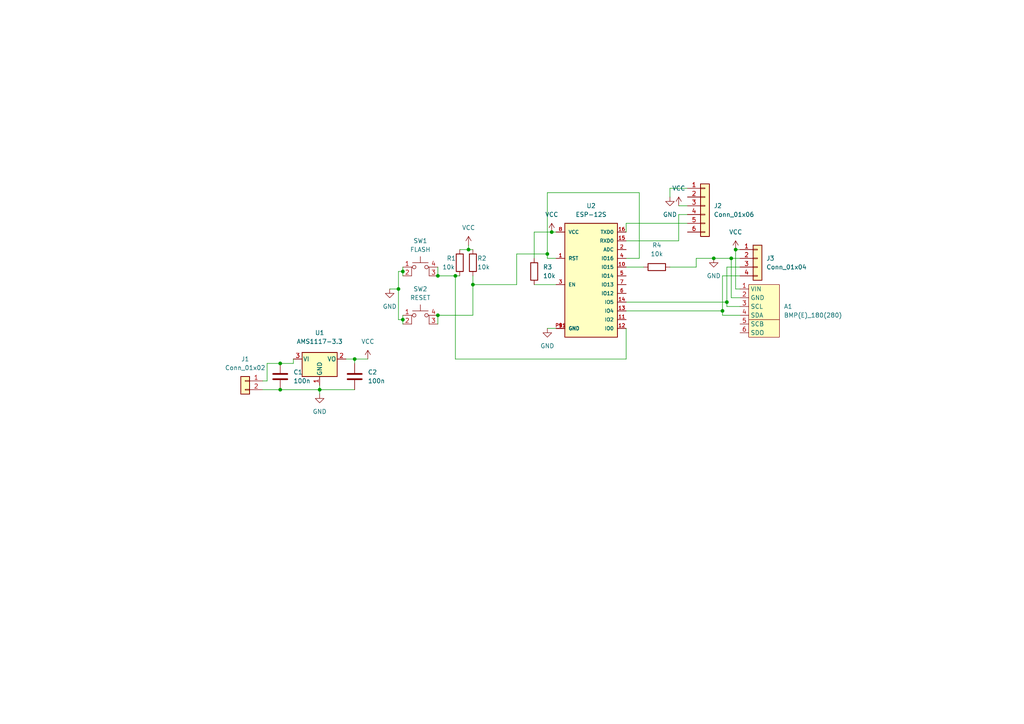
<source format=kicad_sch>
(kicad_sch (version 20211123) (generator eeschema)
  (paper "A4")
  (title_block (title "Deska zobrazovače s OLED displejem") (date "2022-03-02") (rev "1.1") (company "Michal Basler") (comment 1 "Maturitní práce E4 2021/22"))
  (lib_symbols
    (symbol "BMP(E)_180(280):BMP(E)_180(280)"
      (property "Reference" "A" (at 16.51 13.97 0))
      (property "Value" "BMP(E)_180(280)" (at 3.81 13.97 0))
      (symbol "BMP(E)_180(280)_0_0"
        (rectangle (start -3.81 2.54) (end 11.43 11.43) (fill (type background)))
        (rectangle (start 6.35 2.54) (end 6.35 11.43))
      )
      (symbol "BMP(E)_180(280)_1_1"
        (pin power_in line (at -2.54 0 90) (length 2.54) (name "VIN") (number "1"))
        (pin power_in line (at 0 0 90) (length 2.54) (name "GND") (number "2"))
        (pin bidirectional line (at 2.54 0 90) (length 2.54) (name "SCL") (number "3"))
        (pin bidirectional line (at 5.08 0 90) (length 2.54) (name "SDA") (number "4"))
        (pin bidirectional line (at 7.62 0 90) (length 2.54) (name "SCB") (number "5"))
        (pin bidirectional line (at 10.16 0 90) (length 2.54) (name "SDO") (number "6"))
      )
    )
    (symbol "Connector_Generic:Conn_01x02" (pin_names (offset 1.016) hide)
      (property "Reference" "J" (at 0 2.54 0))
      (property "Value" "Conn_01x02" (at 0 -5.08 0))
      (symbol "Conn_01x02_1_1"
        (rectangle (start -1.27 -2.413) (end 0 -2.667) (stroke (width 0.1524)))
        (rectangle (start -1.27 0.127) (end 0 -0.127) (stroke (width 0.1524)))
        (rectangle (start -1.27 1.27) (end 1.27 -3.81) (stroke (width 0.254)) (fill (type background)))
        (pin passive line (at -5.08 0 0) (length 3.81) (name "Pin_1") (number "1"))
        (pin passive line (at -5.08 -2.54 0) (length 3.81) (name "Pin_2") (number "2"))
      )
    )
    (symbol "Connector_Generic:Conn_01x04" (pin_names (offset 1.016) hide)
      (property "Reference" "J" (at 0 5.08 0))
      (property "Value" "Conn_01x04" (at 0 -7.62 0))
      (symbol "Conn_01x04_1_1"
        (rectangle (start -1.27 -4.953) (end 0 -5.207) (stroke (width 0.1524)))
        (rectangle (start -1.27 -2.413) (end 0 -2.667) (stroke (width 0.1524)))
        (rectangle (start -1.27 0.127) (end 0 -0.127) (stroke (width 0.1524)))
        (rectangle (start -1.27 2.667) (end 0 2.413) (stroke (width 0.1524)))
        (rectangle (start -1.27 3.81) (end 1.27 -6.35) (stroke (width 0.254)) (fill (type background)))
        (pin passive line (at -5.08 2.54 0) (length 3.81) (name "Pin_1") (number "1"))
        (pin passive line (at -5.08 0 0) (length 3.81) (name "Pin_2") (number "2"))
        (pin passive line (at -5.08 -2.54 0) (length 3.81) (name "Pin_3") (number "3"))
        (pin passive line (at -5.08 -5.08 0) (length 3.81) (name "Pin_4") (number "4"))
      )
    )
    (symbol "Connector_Generic:Conn_01x06" (pin_names (offset 1.016) hide)
      (property "Reference" "J" (at 0 7.62 0))
      (property "Value" "Conn_01x06" (at 0 -10.16 0))
      (symbol "Conn_01x06_1_1"
        (rectangle (start -1.27 -7.493) (end 0 -7.747) (stroke (width 0.1524)))
        (rectangle (start -1.27 -4.953) (end 0 -5.207) (stroke (width 0.1524)))
        (rectangle (start -1.27 -2.413) (end 0 -2.667) (stroke (width 0.1524)))
        (rectangle (start -1.27 0.127) (end 0 -0.127) (stroke (width 0.1524)))
        (rectangle (start -1.27 2.667) (end 0 2.413) (stroke (width 0.1524)))
        (rectangle (start -1.27 5.207) (end 0 4.953) (stroke (width 0.1524)))
        (rectangle (start -1.27 6.35) (end 1.27 -8.89) (stroke (width 0.254)) (fill (type background)))
        (pin passive line (at -5.08 5.08 0) (length 3.81) (name "Pin_1") (number "1"))
        (pin passive line (at -5.08 2.54 0) (length 3.81) (name "Pin_2") (number "2"))
        (pin passive line (at -5.08 0 0) (length 3.81) (name "Pin_3") (number "3"))
        (pin passive line (at -5.08 -2.54 0) (length 3.81) (name "Pin_4") (number "4"))
        (pin passive line (at -5.08 -5.08 0) (length 3.81) (name "Pin_5") (number "5"))
        (pin passive line (at -5.08 -7.62 0) (length 3.81) (name "Pin_6") (number "6"))
      )
    )
    (symbol "Device:C" (pin_numbers hide) (pin_names (offset 0.254))
      (property "Reference" "C" (at 0.635 2.54 0))
      (property "Value" "C" (at 0.635 -2.54 0))
      (symbol "C_0_1"
        (polyline (pts (xy -2.032 -0.762) (xy 2.032 -0.762)) (stroke (width 0.508)))
        (polyline (pts (xy -2.032 0.762) (xy 2.032 0.762)) (stroke (width 0.508)))
      )
      (symbol "C_1_1"
        (pin passive line (at 0 3.81 270) (length 2.794) (name "~") (number "1"))
        (pin passive line (at 0 -3.81 90) (length 2.794) (name "~") (number "2"))
      )
    )
    (symbol "Device:R" (pin_numbers hide) (pin_names (offset 0))
      (property "Reference" "R" (at 2.032 0 90))
      (property "Value" "R" (at 0 0 90))
      (symbol "R_0_1"
        (rectangle (start -1.016 -2.54) (end 1.016 2.54) (stroke (width 0.254)))
      )
      (symbol "R_1_1"
        (pin passive line (at 0 3.81 270) (length 1.27) (name "~") (number "1"))
        (pin passive line (at 0 -3.81 90) (length 1.27) (name "~") (number "2"))
      )
    )
    (symbol "ESP-12S:ESP-12S" (pin_names (offset 1.016))
      (property "Reference" "U" (at -7.62 18.034 0))
      (property "Value" "ESP-12S" (at -7.62 -15.494 0))
      (symbol "ESP-12S_0_0"
        (rectangle (start -7.62 -15.24) (end 7.62 17.78) (stroke (width 0.254)) (fill (type background)))
        (pin bidirectional line (at -10.16 7.62 0) (length 2.54) (name "RST") (number "1"))
        (pin bidirectional line (at 10.16 5.08 180) (length 2.54) (name "IO15") (number "10"))
        (pin bidirectional line (at 10.16 -10.16 180) (length 2.54) (name "IO2") (number "11"))
        (pin bidirectional line (at 10.16 -12.7 180) (length 2.54) (name "IO0") (number "12"))
        (pin bidirectional line (at 10.16 -7.62 180) (length 2.54) (name "IO4") (number "13"))
        (pin bidirectional line (at 10.16 -5.08 180) (length 2.54) (name "IO5") (number "14"))
        (pin bidirectional line (at 10.16 12.7 180) (length 2.54) (name "RXD0") (number "15"))
        (pin bidirectional line (at 10.16 15.24 180) (length 2.54) (name "TXD0") (number "16"))
        (pin bidirectional line (at 10.16 10.16 180) (length 2.54) (name "ADC") (number "2"))
        (pin bidirectional line (at -10.16 0 0) (length 2.54) (name "EN") (number "3"))
        (pin bidirectional line (at 10.16 7.62 180) (length 2.54) (name "IO16") (number "4"))
        (pin bidirectional line (at 10.16 2.54 180) (length 2.54) (name "IO14") (number "5"))
        (pin bidirectional line (at 10.16 -2.54 180) (length 2.54) (name "IO12") (number "6"))
        (pin bidirectional line (at 10.16 0 180) (length 2.54) (name "IO13") (number "7"))
        (pin bidirectional line (at -10.16 15.24 0) (length 2.54) (name "VCC") (number "8"))
        (pin bidirectional line (at -10.16 -12.7 0) (length 2.54) (name "GND") (number "9"))
        (pin bidirectional line (at -10.16 -12.7 0) (length 2.54) (name "GND") (number "P$1"))
      )
    )
    (symbol "Regulator_Linear:AMS1117-3.3" (pin_names (offset 0.254))
      (property "Reference" "U" (at -3.81 3.175 0))
      (property "Value" "AMS1117-3.3" (at 0 3.175 0))
      (symbol "AMS1117-3.3_0_1"
        (rectangle (start -5.08 -5.08) (end 5.08 1.905) (stroke (width 0.254)) (fill (type background)))
      )
      (symbol "AMS1117-3.3_1_1"
        (pin power_in line (at 0 -7.62 90) (length 2.54) (name "GND") (number "1"))
        (pin power_out line (at 7.62 0 180) (length 2.54) (name "VO") (number "2"))
        (pin power_in line (at -7.62 0 0) (length 2.54) (name "VI") (number "3"))
      )
    )
    (symbol "Switch:SW_MEC_5E" (pin_names (offset 1.016) hide)
      (property "Reference" "SW" (at 0.635 5.715 0))
      (property "Value" "SW_MEC_5E" (at 0 -3.175 0))
      (symbol "SW_MEC_5E_0_1"
        (circle (center -1.778 2.54) (radius 0.508))
        (polyline (pts (xy -2.286 3.81) (xy 2.286 3.81)))
        (polyline (pts (xy 0 3.81) (xy 0 5.588)))
        (polyline (pts (xy -2.54 0) (xy -2.54 2.54) (xy -2.286 2.54)))
        (polyline (pts (xy 2.54 0) (xy 2.54 2.54) (xy 2.286 2.54)))
        (circle (center 1.778 2.54) (radius 0.508))
        (pin passive line (at -5.08 2.54 0) (length 2.54) (name "1") (number "1"))
        (pin passive line (at -5.08 0 0) (length 2.54) (name "2") (number "2"))
        (pin passive line (at 5.08 0 180) (length 2.54) (name "K") (number "3"))
        (pin passive line (at 5.08 2.54 180) (length 2.54) (name "A") (number "4"))
      )
    )
    (symbol "power:GND" (power) (pin_names (offset 0))
      (property "Value" "GND" (at 0 -3.81 0))
      (symbol "GND_0_1"
        (polyline (pts (xy 0 0) (xy 0 -1.27) (xy 1.27 -1.27) (xy 0 -2.54) (xy -1.27 -1.27) (xy 0 -1.27)))
      )
      (symbol "GND_1_1"
        (pin power_in line (at 0 0 270) (length 0) hide (name "GND") (number "1"))
      )
    )
    (symbol "power:VCC" (power) (pin_names (offset 0))
      (property "Value" "VCC" (at 0 3.81 0))
      (symbol "VCC_0_1"
        (polyline (pts (xy -0.762 1.27) (xy 0 2.54)))
        (polyline (pts (xy 0 0) (xy 0 2.54)))
        (polyline (pts (xy 0 2.54) (xy 0.762 1.27)))
      )
      (symbol "VCC_1_1"
        (pin power_in line (at 0 0 90) (length 0) hide (name "VCC") (number "1"))
      )
    )
  )
  (junction (at 132.08 80.01))
  (junction (at 115.57 83.82))
  (junction (at 81.28 105.41))
  (junction (at 158.75 73.66))
  (junction (at 116.84 92.71))
  (junction (at 92.71 113.03))
  (junction (at 212.09 74.93))
  (junction (at 127 80.01))
  (junction (at 116.84 78.74))
  (junction (at 207.01 74.93))
  (junction (at 127 91.44))
  (junction (at 160.02 67.31))
  (junction (at 137.16 82.55))
  (junction (at 81.28 113.03))
  (junction (at 210.82 87.63))
  (junction (at 213.36 72.39))
  (junction (at 102.87 104.14))
  (junction (at 135.89 72.39))
  (junction (at 209.55 90.17))
  (wire (pts (xy 158.75 73.66) (xy 158.75 74.93)))
  (wire (pts (xy 113.03 83.82) (xy 115.57 83.82)))
  (wire (pts (xy 92.71 114.3) (xy 92.71 113.03)))
  (wire (pts (xy 158.75 55.88) (xy 185.42 55.88)))
  (wire (pts (xy 210.82 87.63) (xy 210.82 88.9)))
  (wire (pts (xy 158.75 95.25) (xy 161.29 95.25)))
  (wire (pts (xy 201.93 74.93) (xy 207.01 74.93)))
  (wire (pts (xy 194.31 54.61) (xy 194.31 57.15)))
  (wire (pts (xy 135.89 71.12) (xy 135.89 72.39)))
  (wire (pts (xy 213.36 83.82) (xy 214.63 83.82)))
  (wire (pts (xy 214.63 86.36) (xy 212.09 86.36)))
  (wire (pts (xy 158.75 55.88) (xy 158.75 73.66)))
  (wire (pts (xy 186.69 77.47) (xy 181.61 77.47)))
  (wire (pts (xy 214.63 72.39) (xy 213.36 72.39)))
  (wire (pts (xy 185.42 74.93) (xy 185.42 55.88)))
  (wire (pts (xy 116.84 91.44) (xy 116.84 92.71)))
  (wire (pts (xy 210.82 77.47) (xy 210.82 87.63)))
  (wire (pts (xy 102.87 104.14) (xy 102.87 105.41)))
  (wire (pts (xy 154.94 67.31) (xy 160.02 67.31)))
  (wire (pts (xy 209.55 90.17) (xy 209.55 91.44)))
  (wire (pts (xy 132.08 80.01) (xy 133.35 80.01)))
  (wire (pts (xy 102.87 113.03) (xy 92.71 113.03)))
  (wire (pts (xy 181.61 87.63) (xy 210.82 87.63)))
  (wire (pts (xy 214.63 80.01) (xy 209.55 80.01)))
  (wire (pts (xy 199.39 64.77) (xy 181.61 64.77)))
  (wire (pts (xy 207.01 74.93) (xy 212.09 74.93)))
  (wire (pts (xy 81.28 113.03) (xy 92.71 113.03)))
  (wire (pts (xy 77.47 105.41) (xy 81.28 105.41)))
  (wire (pts (xy 209.55 80.01) (xy 209.55 90.17)))
  (wire (pts (xy 149.86 82.55) (xy 149.86 73.66)))
  (wire (pts (xy 196.85 59.69) (xy 199.39 59.69)))
  (wire (pts (xy 132.08 104.14) (xy 132.08 80.01)))
  (wire (pts (xy 212.09 86.36) (xy 212.09 74.93)))
  (wire (pts (xy 127 91.44) (xy 127 93.98)))
  (wire (pts (xy 209.55 91.44) (xy 214.63 91.44)))
  (wire (pts (xy 115.57 92.71) (xy 115.57 83.82)))
  (wire (pts (xy 116.84 77.47) (xy 116.84 78.74)))
  (wire (pts (xy 181.61 90.17) (xy 209.55 90.17)))
  (wire (pts (xy 81.28 105.41) (xy 85.09 105.41)))
  (wire (pts (xy 137.16 91.44) (xy 137.16 82.55)))
  (wire (pts (xy 137.16 82.55) (xy 137.16 80.01)))
  (wire (pts (xy 212.09 74.93) (xy 214.63 74.93)))
  (wire (pts (xy 181.61 95.25) (xy 181.61 104.14)))
  (wire (pts (xy 116.84 78.74) (xy 116.84 80.01)))
  (wire (pts (xy 210.82 88.9) (xy 214.63 88.9)))
  (wire (pts (xy 76.2 110.49) (xy 77.47 110.49)))
  (wire (pts (xy 127 77.47) (xy 127 80.01)))
  (wire (pts (xy 115.57 78.74) (xy 116.84 78.74)))
  (wire (pts (xy 194.31 77.47) (xy 201.93 77.47)))
  (wire (pts (xy 133.35 72.39) (xy 135.89 72.39)))
  (wire (pts (xy 199.39 54.61) (xy 194.31 54.61)))
  (wire (pts (xy 85.09 104.14) (xy 85.09 105.41)))
  (wire (pts (xy 199.39 62.23) (xy 196.85 62.23)))
  (wire (pts (xy 149.86 73.66) (xy 158.75 73.66)))
  (wire (pts (xy 181.61 104.14) (xy 132.08 104.14)))
  (wire (pts (xy 102.87 104.14) (xy 100.33 104.14)))
  (wire (pts (xy 181.61 64.77) (xy 181.61 67.31)))
  (wire (pts (xy 181.61 74.93) (xy 185.42 74.93)))
  (wire (pts (xy 102.87 104.14) (xy 106.68 104.14)))
  (wire (pts (xy 154.94 82.55) (xy 161.29 82.55)))
  (wire (pts (xy 196.85 62.23) (xy 196.85 69.85)))
  (wire (pts (xy 137.16 82.55) (xy 149.86 82.55)))
  (wire (pts (xy 127 91.44) (xy 137.16 91.44)))
  (wire (pts (xy 160.02 67.31) (xy 161.29 67.31)))
  (wire (pts (xy 92.71 111.76) (xy 92.71 113.03)))
  (wire (pts (xy 127 80.01) (xy 132.08 80.01)))
  (wire (pts (xy 115.57 83.82) (xy 115.57 78.74)))
  (wire (pts (xy 154.94 74.93) (xy 154.94 67.31)))
  (wire (pts (xy 135.89 72.39) (xy 137.16 72.39)))
  (wire (pts (xy 158.75 74.93) (xy 161.29 74.93)))
  (wire (pts (xy 116.84 92.71) (xy 115.57 92.71)))
  (wire (pts (xy 81.28 113.03) (xy 76.2 113.03)))
  (wire (pts (xy 214.63 77.47) (xy 210.82 77.47)))
  (wire (pts (xy 201.93 77.47) (xy 201.93 74.93)))
  (wire (pts (xy 77.47 110.49) (xy 77.47 105.41)))
  (wire (pts (xy 116.84 92.71) (xy 116.84 93.98)))
  (wire (pts (xy 213.36 72.39) (xy 213.36 83.82)))
  (wire (pts (xy 181.61 69.85) (xy 196.85 69.85)))
  (symbol (lib_id "Device:R") (at 133.35 76.2 0) (unit 1)
    (property "Reference" "R1" (at 129.54 74.93 0) (effects (justify left)))
    (property "Value" "10k" (at 128.27 77.47 0) (effects (justify left)))
  )
  (symbol (lib_id "power:VCC") (at 160.02 67.31 0) (unit 1)
    (property "Reference" "#PWR06" (effects hide))
    (property "Value" "VCC" (at 160.02 62.23 0))
  )
  (symbol (lib_id "Device:R") (at 190.5 77.47 90) (unit 1)
    (property "Reference" "R4" (at 190.5 71.12 90))
    (property "Value" "10k" (at 190.5 73.66 90))
  )
  (symbol (lib_id "Device:R") (at 154.94 78.74 0) (unit 1)
    (property "Reference" "R3" (at 157.48 77.4699 0) (effects (justify left)))
    (property "Value" "10k" (at 157.48 80.0099 0) (effects (justify left)))
  )
  (symbol (lib_id "power:VCC") (at 106.68 104.14 0) (unit 1)
    (property "Reference" "#PWR02" (effects hide))
    (property "Value" "VCC" (at 106.68 99.06 0))
  )
  (symbol (lib_id "ESP-12S:ESP-12S") (at 171.45 82.55 0) (unit 1)
    (property "Reference" "U2" (at 171.45 59.69 0))
    (property "Value" "ESP-12S" (at 171.45 62.23 0))
    (property "Footprint" "ESP-12S" (effects hide))
    (property "PROD_ID" "IC-14115" (effects hide))
  )
  (symbol (lib_id "BMP(E)_180(280):BMP(E)_180(280)") (at 214.63 86.36 270) (unit 1)
    (property "Reference" "A1" (at 227.33 88.8999 90) (effects (justify left)))
    (property "Value" "BMP(E)_180(280)" (at 227.33 91.4399 90) (effects (justify left)))
  )
  (symbol (lib_id "power:VCC") (at 213.36 72.39 0) (unit 1)
    (property "Reference" "#PWR010" (effects hide))
    (property "Value" "VCC" (at 213.36 67.31 0))
  )
  (symbol (lib_id "Switch:SW_MEC_5E") (at 121.92 80.01 0) (unit 1)
    (property "Reference" "SW1" (at 121.92 69.85 0))
    (property "Value" "FLASH" (at 121.92 72.39 0))
    (property "Datasheet" "http://www.apem.com/int/index.php?controller=attachment&id_attachment=1371" (effects hide))
  )
  (symbol (lib_id "Regulator_Linear:AMS1117-3.3") (at 92.71 104.14 0) (unit 1)
    (property "Reference" "U1" (at 92.71 96.52 0))
    (property "Value" "AMS1117-3.3" (at 92.71 99.06 0))
    (property "Footprint" "Package_TO_SOT_SMD:SOT-223-3_TabPin2" (effects hide))
    (property "Datasheet" "http://www.advanced-monolithic.com/pdf/ds1117.pdf" (effects hide))
  )
  (symbol (lib_id "Device:C") (at 102.87 109.22 0) (unit 1)
    (property "Reference" "C2" (at 106.68 107.9499 0) (effects (justify left)))
    (property "Value" "100n" (at 106.68 110.4899 0) (effects (justify left)))
  )
  (symbol (lib_id "Switch:SW_MEC_5E") (at 121.92 93.98 0) (unit 1)
    (property "Reference" "SW2" (at 121.92 83.82 0))
    (property "Value" "RESET" (at 121.92 86.36 0))
    (property "Datasheet" "http://www.apem.com/int/index.php?controller=attachment&id_attachment=1371" (effects hide))
  )
  (symbol (lib_id "Connector_Generic:Conn_01x06") (at 204.47 59.69 0) (unit 1)
    (property "Reference" "J2" (at 207.01 59.6899 0) (effects (justify left)))
    (property "Value" "Conn_01x06" (at 207.01 62.2299 0) (effects (justify left)))
  )
  (symbol (lib_id "power:GND") (at 158.75 95.25 0) (unit 1)
    (property "Reference" "#PWR05" (effects hide))
    (property "Value" "GND" (at 158.75 100.33 0))
  )
  (symbol (lib_id "power:GND") (at 194.31 57.15 0) (unit 1)
    (property "Reference" "#PWR07" (effects hide))
    (property "Value" "GND" (at 194.31 62.23 0))
  )
  (symbol (lib_id "Connector_Generic:Conn_01x02") (at 71.12 110.49 0) (mirror y) (unit 1)
    (property "Reference" "J1" (at 71.12 104.14 0))
    (property "Value" "Conn_01x02" (at 71.12 106.68 0))
  )
  (symbol (lib_id "Connector_Generic:Conn_01x04") (at 219.71 74.93 0) (unit 1)
    (property "Reference" "J3" (at 222.25 74.9299 0) (effects (justify left)))
    (property "Value" "Conn_01x04" (at 222.25 77.4699 0) (effects (justify left)))
  )
  (symbol (lib_id "power:GND") (at 92.71 114.3 0) (unit 1)
    (property "Reference" "#PWR01" (effects hide))
    (property "Value" "GND" (at 92.71 119.38 0))
  )
  (symbol (lib_id "power:VCC") (at 135.89 71.12 0) (unit 1)
    (property "Reference" "#PWR04" (effects hide))
    (property "Value" "VCC" (at 135.89 66.04 0))
  )
  (symbol (lib_id "power:VCC") (at 196.85 59.69 0) (unit 1)
    (property "Reference" "#PWR08" (effects hide))
    (property "Value" "VCC" (at 196.85 54.61 0))
  )
  (symbol (lib_id "power:GND") (at 113.03 83.82 0) (unit 1)
    (property "Reference" "#PWR03" (effects hide))
    (property "Value" "GND" (at 113.03 88.9 0))
  )
  (symbol (lib_id "Device:R") (at 137.16 76.2 0) (unit 1)
    (property "Reference" "R2" (at 138.43 74.93 0) (effects (justify left)))
    (property "Value" "10k" (at 138.43 77.47 0) (effects (justify left)))
  )
  (symbol (lib_id "power:GND") (at 207.01 74.93 0) (unit 1)
    (property "Reference" "#PWR09" (effects hide))
    (property "Value" "GND" (at 207.01 80.01 0))
  )
  (symbol (lib_id "Device:C") (at 81.28 109.22 0) (unit 1)
    (property "Reference" "C1" (at 85.09 107.9499 0) (effects (justify left)))
    (property "Value" "100n" (at 85.09 110.4899 0) (effects (justify left)))
  )
)
</source>
